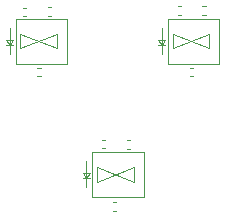
<source format=gbr>
%TF.GenerationSoftware,KiCad,Pcbnew,8.0.8-8.0.8-0~ubuntu22.04.1*%
%TF.CreationDate,2025-03-19T14:37:52-04:00*%
%TF.ProjectId,hpk_5mm,68706b5f-356d-46d2-9e6b-696361645f70,rev?*%
%TF.SameCoordinates,Original*%
%TF.FileFunction,Legend,Bot*%
%TF.FilePolarity,Positive*%
%FSLAX46Y46*%
G04 Gerber Fmt 4.6, Leading zero omitted, Abs format (unit mm)*
G04 Created by KiCad (PCBNEW 8.0.8-8.0.8-0~ubuntu22.04.1) date 2025-03-19 14:37:52*
%MOMM*%
%LPD*%
G01*
G04 APERTURE LIST*
%ADD10C,0.100000*%
%ADD11C,0.120000*%
G04 APERTURE END LIST*
D10*
%TO.C,D2*%
X150212500Y-69875000D02*
X150812500Y-69875000D01*
X150212500Y-70275000D02*
X150812500Y-70275000D01*
X150512500Y-70275000D02*
X150212500Y-69875000D01*
X150512500Y-71075000D02*
X150512500Y-68875000D01*
X150812500Y-69875000D02*
X150512500Y-70275000D01*
X151412500Y-70575000D02*
X151412500Y-69375000D01*
X151412500Y-70575000D02*
X154512500Y-69375000D01*
X154512500Y-70575000D02*
X151412500Y-69375000D01*
X154512500Y-70575000D02*
X154512500Y-69375000D01*
X155387500Y-68075000D02*
X151037500Y-68075000D01*
X151037500Y-71925000D01*
X155387500Y-71925000D01*
X155387500Y-68075000D01*
D11*
%TO.C,C1*%
X138772164Y-67140000D02*
X138987836Y-67140000D01*
X138772164Y-67860000D02*
X138987836Y-67860000D01*
%TO.C,R10*%
X146643641Y-83620000D02*
X146336359Y-83620000D01*
X146643641Y-84380000D02*
X146336359Y-84380000D01*
%TO.C,R5*%
X154253641Y-67020000D02*
X153946359Y-67020000D01*
X154253641Y-67780000D02*
X153946359Y-67780000D01*
%TO.C,R2*%
X140243641Y-72220000D02*
X139936359Y-72220000D01*
X140243641Y-72980000D02*
X139936359Y-72980000D01*
D10*
%TO.C,D3*%
X143812500Y-81175000D02*
X144412500Y-81175000D01*
X143812500Y-81575000D02*
X144412500Y-81575000D01*
X144112500Y-81575000D02*
X143812500Y-81175000D01*
X144112500Y-82375000D02*
X144112500Y-80175000D01*
X144412500Y-81175000D02*
X144112500Y-81575000D01*
X145012500Y-81875000D02*
X145012500Y-80675000D01*
X145012500Y-81875000D02*
X148112500Y-80675000D01*
X148112500Y-81875000D02*
X145012500Y-80675000D01*
X148112500Y-81875000D02*
X148112500Y-80675000D01*
X148987500Y-79375000D02*
X144637500Y-79375000D01*
X144637500Y-83225000D01*
X148987500Y-83225000D01*
X148987500Y-79375000D01*
%TO.C,D1*%
X137312500Y-69875000D02*
X137912500Y-69875000D01*
X137312500Y-70275000D02*
X137912500Y-70275000D01*
X137612500Y-70275000D02*
X137312500Y-69875000D01*
X137612500Y-71075000D02*
X137612500Y-68875000D01*
X137912500Y-69875000D02*
X137612500Y-70275000D01*
X138512500Y-70575000D02*
X138512500Y-69375000D01*
X138512500Y-70575000D02*
X141612500Y-69375000D01*
X141612500Y-70575000D02*
X138512500Y-69375000D01*
X141612500Y-70575000D02*
X141612500Y-69375000D01*
X142487500Y-68075000D02*
X138137500Y-68075000D01*
X138137500Y-71925000D01*
X142487500Y-71925000D01*
X142487500Y-68075000D01*
D11*
%TO.C,R9*%
X147843641Y-78320000D02*
X147536359Y-78320000D01*
X147843641Y-79080000D02*
X147536359Y-79080000D01*
%TO.C,R6*%
X152856359Y-72220000D02*
X153163641Y-72220000D01*
X152856359Y-72980000D02*
X153163641Y-72980000D01*
%TO.C,R1*%
X140846359Y-67120000D02*
X141153641Y-67120000D01*
X140846359Y-67880000D02*
X141153641Y-67880000D01*
%TO.C,C9*%
X145472164Y-78340000D02*
X145687836Y-78340000D01*
X145472164Y-79060000D02*
X145687836Y-79060000D01*
%TO.C,C5*%
X151912164Y-67040000D02*
X152127836Y-67040000D01*
X151912164Y-67760000D02*
X152127836Y-67760000D01*
%TD*%
M02*

</source>
